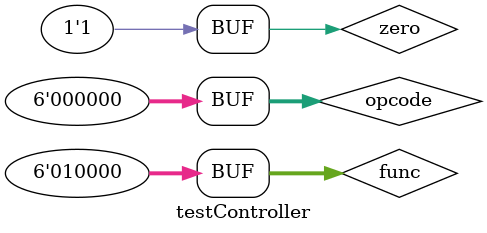
<source format=v>
module testController();
	reg [5:0] opcode,func;
    reg zero;
    wire RegDst, Branch, MemRead, MemWrite, MemToReg, ALUsrc, regWrite, IsJal,IsLui; 
    wire [1:0]PCselect;
    wire [3:0] ALUop;
    controller ct(opcode, func, zero, RegDst, Branch, MemRead, MemWrite, MemToReg, ALUsrc, regWrite, IsJal,IsLui, PCselect, ALUop);
    initial begin 
    	zero = 0;
    	opcode = 0; 
    	func = 32; 
    #100
    	zero = 0;
    	func = 16; 
    #100
    	opcode = 43;
    #100
    	opcode = 2;
    #100
    	opcode = 4; 
    #100
    	zero = 1;
    #100
    	opcode = 0;
    end 
endmodule 
</source>
